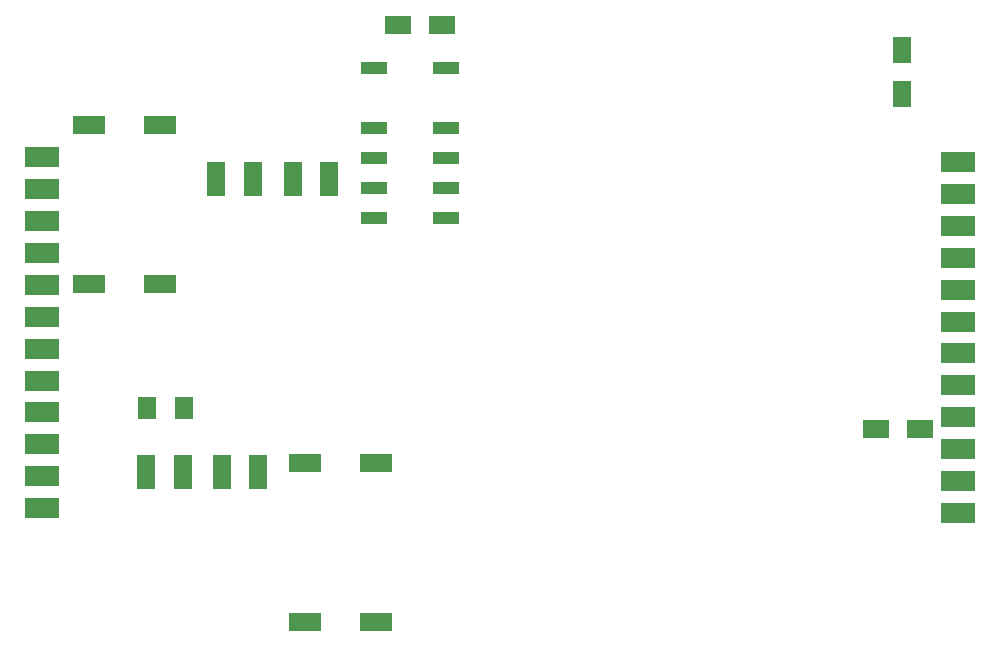
<source format=gbr>
%TF.GenerationSoftware,KiCad,Pcbnew,7.0.6-0*%
%TF.CreationDate,2023-08-01T13:46:46-04:00*%
%TF.ProjectId,Power Selector,506f7765-7220-4536-956c-6563746f722e,rev?*%
%TF.SameCoordinates,Original*%
%TF.FileFunction,Paste,Top*%
%TF.FilePolarity,Positive*%
%FSLAX46Y46*%
G04 Gerber Fmt 4.6, Leading zero omitted, Abs format (unit mm)*
G04 Created by KiCad (PCBNEW 7.0.6-0) date 2023-08-01 13:46:46*
%MOMM*%
%LPD*%
G01*
G04 APERTURE LIST*
%ADD10R,2.800000X1.600000*%
%ADD11R,1.600000X3.000000*%
%ADD12R,3.000000X1.700000*%
%ADD13R,1.630000X2.180400*%
%ADD14R,2.200000X1.000000*%
%ADD15R,2.180400X1.630000*%
%ADD16R,1.600000X1.900000*%
G04 APERTURE END LIST*
D10*
%TO.C,F204*%
X72120000Y-82650000D03*
X66120000Y-82650000D03*
X72120000Y-96150000D03*
X66120000Y-96150000D03*
%TD*%
D11*
%TO.C,C204*%
X80470000Y-112000000D03*
X77370000Y-112000000D03*
%TD*%
D12*
%TO.C,J204*%
X139720000Y-85800000D03*
X139720000Y-88500000D03*
X139720000Y-91200000D03*
X139720000Y-93900000D03*
X139720000Y-96600000D03*
X139720000Y-99300000D03*
X139720000Y-102000000D03*
X139720000Y-104700000D03*
X139720000Y-107400000D03*
X139720000Y-110100000D03*
X139720000Y-112800000D03*
X139720000Y-115500000D03*
%TD*%
D11*
%TO.C,C201*%
X83370000Y-87200000D03*
X86470000Y-87200000D03*
%TD*%
D12*
%TO.C,J206*%
X62120000Y-85400000D03*
X62120000Y-88100000D03*
X62120000Y-90800000D03*
X62120000Y-93500000D03*
X62120000Y-96200000D03*
X62120000Y-98900000D03*
X62120000Y-101600000D03*
X62120000Y-104300000D03*
X62120000Y-107000000D03*
X62120000Y-109700000D03*
X62120000Y-112400000D03*
X62120000Y-115100000D03*
%TD*%
D10*
%TO.C,F203*%
X84400000Y-124750000D03*
X90400000Y-124750000D03*
X84400000Y-111250000D03*
X90400000Y-111250000D03*
%TD*%
D13*
%TO.C,D202*%
X135000000Y-76342800D03*
X135000000Y-80057200D03*
%TD*%
D11*
%TO.C,C203*%
X74070000Y-112000000D03*
X70970000Y-112000000D03*
%TD*%
D14*
%TO.C,K202*%
X90269998Y-77850000D03*
X90269998Y-82930000D03*
X90269998Y-85470000D03*
X90269998Y-88010000D03*
X90269998Y-90550000D03*
X96370002Y-90550000D03*
X96370002Y-88010000D03*
X96370002Y-85470000D03*
X96370002Y-82930000D03*
X96370002Y-77850000D03*
%TD*%
D15*
%TO.C,D201*%
X92342800Y-74200000D03*
X96057200Y-74200000D03*
%TD*%
D16*
%TO.C,R201*%
X71050000Y-106600000D03*
X74150000Y-106600000D03*
%TD*%
D15*
%TO.C,D203*%
X132742800Y-108400000D03*
X136457200Y-108400000D03*
%TD*%
D11*
%TO.C,C202*%
X76920000Y-87200000D03*
X80020000Y-87200000D03*
%TD*%
M02*

</source>
